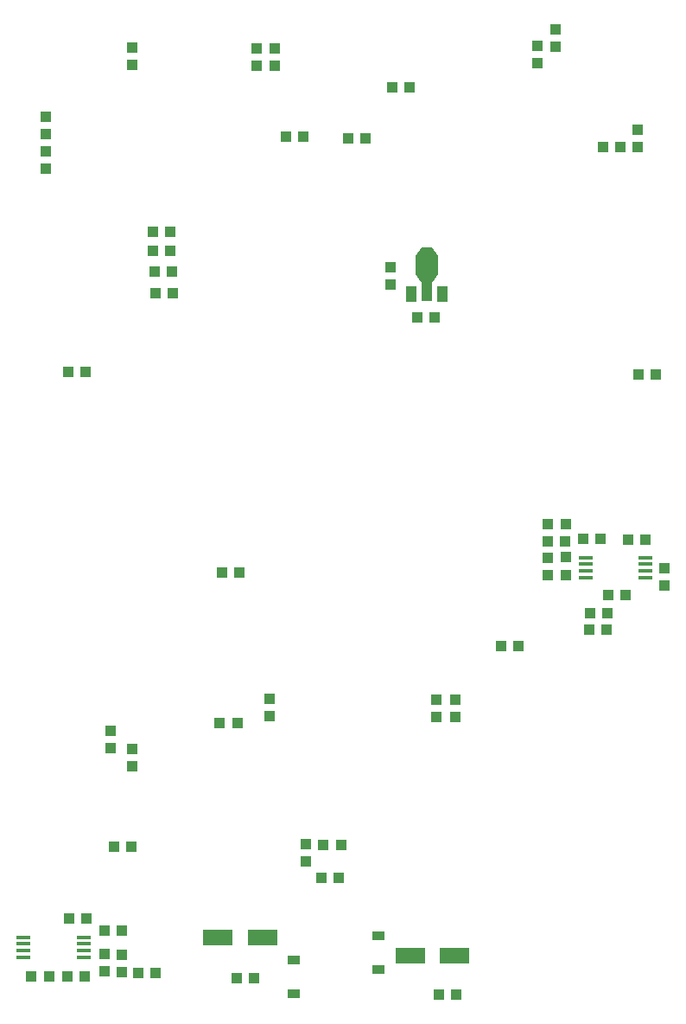
<source format=gbr>
G04 #@! TF.GenerationSoftware,KiCad,Pcbnew,7.0.1-0*
G04 #@! TF.CreationDate,2023-04-05T16:04:36-07:00*
G04 #@! TF.ProjectId,Kit-Trig-Sampler,4b69742d-5472-4696-972d-53616d706c65,rev?*
G04 #@! TF.SameCoordinates,PXb71b00PY73f50f0*
G04 #@! TF.FileFunction,Paste,Top*
G04 #@! TF.FilePolarity,Positive*
%FSLAX46Y46*%
G04 Gerber Fmt 4.6, Leading zero omitted, Abs format (unit mm)*
G04 Created by KiCad (PCBNEW 7.0.1-0) date 2023-04-05 16:04:36*
%MOMM*%
%LPD*%
G01*
G04 APERTURE LIST*
G04 Aperture macros list*
%AMOutline4P*
0 Free polygon, 4 corners , with rotation*
0 The origin of the aperture is its center*
0 number of corners: always 4*
0 $1 to $8 corner X, Y*
0 $9 Rotation angle, in degrees counterclockwise*
0 create outline with 4 corners*
4,1,4,$1,$2,$3,$4,$5,$6,$7,$8,$1,$2,$9*%
G04 Aperture macros list end*
%ADD10R,1.000000X1.000000*%
%ADD11R,1.200000X0.900000*%
%ADD12R,3.000000X1.600000*%
%ADD13R,1.450000X0.450000*%
%ADD14R,1.000000X1.500000*%
%ADD15R,1.000000X1.800000*%
%ADD16Outline4P,-1.100000X-0.500000X1.100000X-0.500000X0.400000X0.500000X-0.400000X0.500000X180.000000*%
%ADD17R,2.200000X1.840000*%
%ADD18Outline4P,-1.100000X-0.425000X1.100000X-0.425000X0.500000X0.425000X-0.500000X0.425000X0.000000*%
G04 APERTURE END LIST*
D10*
G04 #@! TO.C,C7*
X49060000Y10330000D03*
X50760000Y10330000D03*
G04 #@! TD*
G04 #@! TO.C,C17*
X31200000Y101210000D03*
X31200000Y102910000D03*
G04 #@! TD*
G04 #@! TO.C,R26*
X33000000Y102910000D03*
X33000000Y101210000D03*
G04 #@! TD*
G04 #@! TO.C,R2*
X50710000Y39230000D03*
X50710000Y37530000D03*
G04 #@! TD*
G04 #@! TO.C,R37*
X59760000Y54710000D03*
X61460000Y54710000D03*
G04 #@! TD*
D11*
G04 #@! TO.C,D2*
X34870000Y10420000D03*
X34870000Y13720000D03*
G04 #@! TD*
D10*
G04 #@! TO.C,R33*
X36050000Y23370000D03*
X36050000Y25070000D03*
G04 #@! TD*
G04 #@! TO.C,R16*
X68600000Y93260000D03*
X68600000Y94960000D03*
G04 #@! TD*
G04 #@! TO.C,C1*
X68620000Y71040000D03*
X70320000Y71040000D03*
G04 #@! TD*
D12*
G04 #@! TO.C,C4*
X46260000Y14130000D03*
X50660000Y14130000D03*
G04 #@! TD*
D10*
G04 #@! TO.C,R5*
X48870000Y39200000D03*
X48870000Y37500000D03*
G04 #@! TD*
G04 #@! TO.C,R14*
X16310000Y14290000D03*
X16310000Y12590000D03*
G04 #@! TD*
G04 #@! TO.C,R25*
X60490000Y104840000D03*
X60490000Y103140000D03*
G04 #@! TD*
G04 #@! TO.C,C15*
X14590000Y17740000D03*
X12890000Y17740000D03*
G04 #@! TD*
G04 #@! TO.C,C19*
X48710000Y76630000D03*
X47010000Y76630000D03*
G04 #@! TD*
G04 #@! TO.C,C20*
X44330000Y81550000D03*
X44330000Y79850000D03*
G04 #@! TD*
D11*
G04 #@! TO.C,D1*
X43160000Y16100000D03*
X43160000Y12800000D03*
G04 #@! TD*
D10*
G04 #@! TO.C,C13*
X69350000Y54880000D03*
X67650000Y54880000D03*
G04 #@! TD*
G04 #@! TO.C,R23*
X44510000Y99160000D03*
X46210000Y99160000D03*
G04 #@! TD*
G04 #@! TO.C,C9*
X27850000Y51610000D03*
X29550000Y51610000D03*
G04 #@! TD*
G04 #@! TO.C,R17*
X37570000Y21730000D03*
X39270000Y21730000D03*
G04 #@! TD*
D13*
G04 #@! TO.C,U1*
X69350000Y51155000D03*
X69350000Y51805000D03*
X69350000Y52455000D03*
X69350000Y53105000D03*
X63450000Y53105000D03*
X63450000Y52455000D03*
X63450000Y51805000D03*
X63450000Y51155000D03*
G04 #@! TD*
D10*
G04 #@! TO.C,R30*
X21080000Y83140000D03*
X22780000Y83140000D03*
G04 #@! TD*
G04 #@! TO.C,R21*
X10600000Y94580000D03*
X10600000Y96280000D03*
G04 #@! TD*
G04 #@! TO.C,R20*
X17250000Y24760000D03*
X18950000Y24760000D03*
G04 #@! TD*
G04 #@! TO.C,R4*
X16880000Y36160000D03*
X16880000Y34460000D03*
G04 #@! TD*
G04 #@! TO.C,R28*
X21090000Y84970000D03*
X22790000Y84970000D03*
G04 #@! TD*
G04 #@! TO.C,R40*
X65150000Y93320000D03*
X66850000Y93320000D03*
G04 #@! TD*
G04 #@! TO.C,R1*
X71220000Y50390000D03*
X71220000Y52090000D03*
G04 #@! TD*
G04 #@! TO.C,R41*
X10610000Y91170000D03*
X10610000Y92870000D03*
G04 #@! TD*
G04 #@! TO.C,R12*
X17990000Y16580000D03*
X16290000Y16580000D03*
G04 #@! TD*
G04 #@! TO.C,C8*
X30960000Y11900000D03*
X29260000Y11900000D03*
G04 #@! TD*
G04 #@! TO.C,R27*
X19030000Y103000000D03*
X19030000Y101300000D03*
G04 #@! TD*
G04 #@! TO.C,C6*
X63820000Y46070000D03*
X65520000Y46070000D03*
G04 #@! TD*
G04 #@! TO.C,R6*
X27630000Y36880000D03*
X29330000Y36880000D03*
G04 #@! TD*
G04 #@! TO.C,R9*
X59790000Y51360000D03*
X59790000Y53060000D03*
G04 #@! TD*
G04 #@! TO.C,R32*
X21210000Y81110000D03*
X22910000Y81110000D03*
G04 #@! TD*
G04 #@! TO.C,C2*
X12770000Y71290000D03*
X14470000Y71290000D03*
G04 #@! TD*
G04 #@! TO.C,R13*
X12710000Y12100000D03*
X14410000Y12100000D03*
G04 #@! TD*
G04 #@! TO.C,R19*
X34110000Y94320000D03*
X35810000Y94320000D03*
G04 #@! TD*
D12*
G04 #@! TO.C,C5*
X27460000Y15900000D03*
X31860000Y15900000D03*
G04 #@! TD*
D10*
G04 #@! TO.C,C14*
X9170000Y12130000D03*
X10870000Y12130000D03*
G04 #@! TD*
G04 #@! TO.C,R34*
X39490000Y24980000D03*
X37790000Y24980000D03*
G04 #@! TD*
G04 #@! TO.C,R31*
X21300000Y78960000D03*
X23000000Y78960000D03*
G04 #@! TD*
D13*
G04 #@! TO.C,U2*
X14310000Y13985000D03*
X14310000Y14635000D03*
X14310000Y15285000D03*
X14310000Y15935000D03*
X8410000Y15935000D03*
X8410000Y15285000D03*
X8410000Y14635000D03*
X8410000Y13985000D03*
G04 #@! TD*
D10*
G04 #@! TO.C,R7*
X19010000Y32660000D03*
X19010000Y34360000D03*
G04 #@! TD*
D14*
G04 #@! TO.C,U3*
X46410000Y78900000D03*
D15*
X47910000Y79046500D03*
D16*
X47910000Y80303800D03*
D17*
X47910000Y81713500D03*
D18*
X47910000Y83047000D03*
D14*
X49410000Y78900000D03*
G04 #@! TD*
D10*
G04 #@! TO.C,C12*
X64940000Y54950000D03*
X63240000Y54950000D03*
G04 #@! TD*
G04 #@! TO.C,C16*
X58740000Y103210000D03*
X58740000Y101510000D03*
G04 #@! TD*
G04 #@! TO.C,R11*
X61500000Y56380000D03*
X59800000Y56380000D03*
G04 #@! TD*
G04 #@! TO.C,R10*
X63870000Y47690000D03*
X65570000Y47690000D03*
G04 #@! TD*
G04 #@! TO.C,R15*
X19640000Y12470000D03*
X21340000Y12470000D03*
G04 #@! TD*
G04 #@! TO.C,C11*
X17980000Y14230000D03*
X17980000Y12530000D03*
G04 #@! TD*
G04 #@! TO.C,R18*
X41890000Y94110000D03*
X40190000Y94110000D03*
G04 #@! TD*
G04 #@! TO.C,R8*
X67380000Y49400000D03*
X65680000Y49400000D03*
G04 #@! TD*
G04 #@! TO.C,C3*
X61570000Y51420000D03*
X61570000Y53120000D03*
G04 #@! TD*
G04 #@! TO.C,R3*
X32530000Y39270000D03*
X32530000Y37570000D03*
G04 #@! TD*
G04 #@! TO.C,C10*
X55180000Y44410000D03*
X56880000Y44410000D03*
G04 #@! TD*
M02*

</source>
